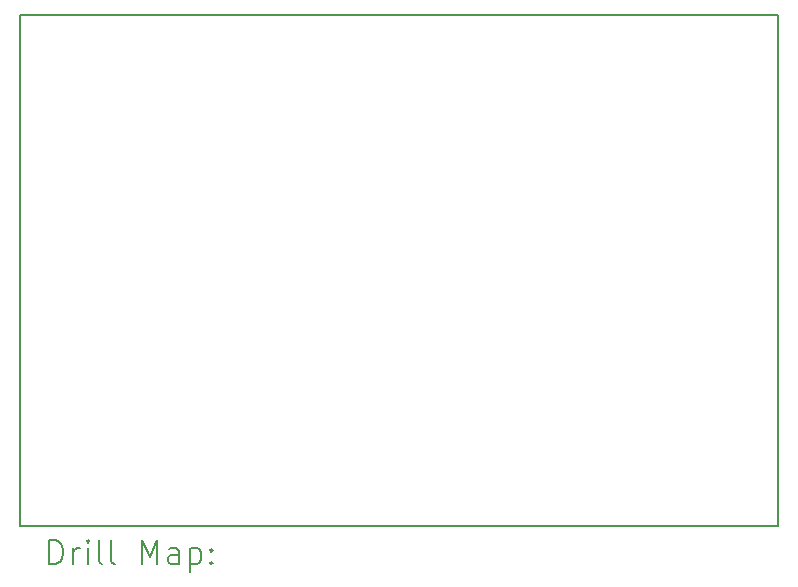
<source format=gbr>
%FSLAX45Y45*%
G04 Gerber Fmt 4.5, Leading zero omitted, Abs format (unit mm)*
G04 Created by KiCad (PCBNEW (6.0.6)) date 2022-06-29 14:15:08*
%MOMM*%
%LPD*%
G01*
G04 APERTURE LIST*
%TA.AperFunction,Profile*%
%ADD10C,0.200000*%
%TD*%
%ADD11C,0.200000*%
G04 APERTURE END LIST*
D10*
X1335000Y-1287725D02*
X7751000Y-1287725D01*
X7751000Y-1287725D02*
X7751000Y-5614000D01*
X7751000Y-5614000D02*
X1335000Y-5614000D01*
X1335000Y-5614000D02*
X1335000Y-1287725D01*
D11*
X1582619Y-5934476D02*
X1582619Y-5734476D01*
X1630238Y-5734476D01*
X1658809Y-5744000D01*
X1677857Y-5763048D01*
X1687381Y-5782095D01*
X1696905Y-5820190D01*
X1696905Y-5848762D01*
X1687381Y-5886857D01*
X1677857Y-5905905D01*
X1658809Y-5924952D01*
X1630238Y-5934476D01*
X1582619Y-5934476D01*
X1782619Y-5934476D02*
X1782619Y-5801143D01*
X1782619Y-5839238D02*
X1792143Y-5820190D01*
X1801667Y-5810667D01*
X1820714Y-5801143D01*
X1839762Y-5801143D01*
X1906428Y-5934476D02*
X1906428Y-5801143D01*
X1906428Y-5734476D02*
X1896905Y-5744000D01*
X1906428Y-5753524D01*
X1915952Y-5744000D01*
X1906428Y-5734476D01*
X1906428Y-5753524D01*
X2030238Y-5934476D02*
X2011190Y-5924952D01*
X2001667Y-5905905D01*
X2001667Y-5734476D01*
X2135000Y-5934476D02*
X2115952Y-5924952D01*
X2106429Y-5905905D01*
X2106429Y-5734476D01*
X2363571Y-5934476D02*
X2363571Y-5734476D01*
X2430238Y-5877333D01*
X2496905Y-5734476D01*
X2496905Y-5934476D01*
X2677857Y-5934476D02*
X2677857Y-5829714D01*
X2668333Y-5810667D01*
X2649286Y-5801143D01*
X2611190Y-5801143D01*
X2592143Y-5810667D01*
X2677857Y-5924952D02*
X2658810Y-5934476D01*
X2611190Y-5934476D01*
X2592143Y-5924952D01*
X2582619Y-5905905D01*
X2582619Y-5886857D01*
X2592143Y-5867809D01*
X2611190Y-5858286D01*
X2658810Y-5858286D01*
X2677857Y-5848762D01*
X2773095Y-5801143D02*
X2773095Y-6001143D01*
X2773095Y-5810667D02*
X2792143Y-5801143D01*
X2830238Y-5801143D01*
X2849286Y-5810667D01*
X2858809Y-5820190D01*
X2868333Y-5839238D01*
X2868333Y-5896381D01*
X2858809Y-5915428D01*
X2849286Y-5924952D01*
X2830238Y-5934476D01*
X2792143Y-5934476D01*
X2773095Y-5924952D01*
X2954048Y-5915428D02*
X2963571Y-5924952D01*
X2954048Y-5934476D01*
X2944524Y-5924952D01*
X2954048Y-5915428D01*
X2954048Y-5934476D01*
X2954048Y-5810667D02*
X2963571Y-5820190D01*
X2954048Y-5829714D01*
X2944524Y-5820190D01*
X2954048Y-5810667D01*
X2954048Y-5829714D01*
M02*

</source>
